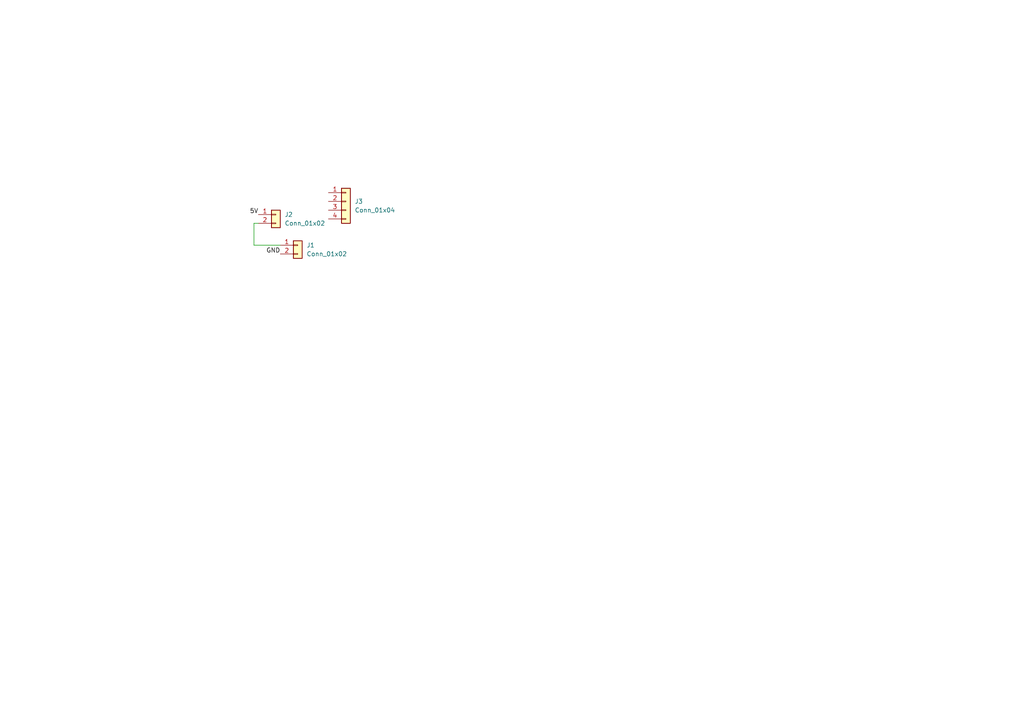
<source format=kicad_sch>
(kicad_sch (version 20250114) (generator "eeschema") (generator_version "9.0")
  (paper "A4")
  (lib_symbols
    (symbol "Connector_Generic:Conn_01x02" (pin_names (offset 1.016) (hide yes))
      (property "Reference" "J" (at 0 2.54 0))
      (property "Value" "Conn_01x02" (at 0 -5.08 0))
      (symbol "Conn_01x02_1_1"
        (rectangle (start -1.27 1.27) (end 1.27 -3.81) (stroke (width 0.254)) (fill (type background)))
        (rectangle (start -1.27 0.127) (end 0 -0.127) (stroke (width 0.1524)))
        (rectangle (start -1.27 -2.413) (end 0 -2.667) (stroke (width 0.1524)))
        (pin passive line (at -5.08 0 0) (length 3.81) (name "Pin_1") (number "1"))
        (pin passive line (at -5.08 -2.54 0) (length 3.81) (name "Pin_2") (number "2"))
      )
    )
    (symbol "Connector_Generic:Conn_01x04" (pin_names (offset 1.016) (hide yes))
      (property "Reference" "J" (at 0 5.08 0))
      (property "Value" "Conn_01x04" (at 0 -7.62 0))
      (symbol "Conn_01x04_1_1"
        (rectangle (start -1.27 3.81) (end 1.27 -6.35) (stroke (width 0.254)) (fill (type background)))
        (rectangle (start -1.27 2.667) (end 0 2.413) (stroke (width 0.1524)))
        (rectangle (start -1.27 0.127) (end 0 -0.127) (stroke (width 0.1524)))
        (rectangle (start -1.27 -2.413) (end 0 -2.667) (stroke (width 0.1524)))
        (rectangle (start -1.27 -4.953) (end 0 -5.207) (stroke (width 0.1524)))
        (pin passive line (at -5.08 2.54 0) (length 3.81) (name "Pin_1") (number "1"))
        (pin passive line (at -5.08 0 0) (length 3.81) (name "Pin_2") (number "2"))
        (pin passive line (at -5.08 -2.54 0) (length 3.81) (name "Pin_3") (number "3"))
        (pin passive line (at -5.08 -5.08 0) (length 3.81) (name "Pin_4") (number "4"))
      )
    )
  )
  (wire (pts (xy 74.93 64.77) (xy 73.66 64.77)))
  (wire (pts (xy 73.66 71.12) (xy 81.28 71.12)))
  (wire (pts (xy 73.66 64.77) (xy 73.66 71.12)))
  (label "5V" (at 74.93 62.23 180))
  (label "GND" (at 81.28 73.66 180))
  (symbol (lib_id "Connector_Generic:Conn_01x04") (at 100.33 58.42 0) (unit 1)
    (property "Reference" "J3" (at 102.87 58.4199 0) (effects (justify left)))
    (property "Value" "Conn_01x04" (at 102.87 60.9599 0) (effects (justify left)))
    (property "Description" "Generic connector, single row, 01x04, script generated (kicad-library-utils/schlib/autogen/connector/)" (effects (hide yes)))
  )
  (symbol (lib_id "Connector_Generic:Conn_01x02") (at 80.01 62.23 0) (unit 1)
    (property "Reference" "J2" (at 82.55 62.2299 0) (effects (justify left)))
    (property "Value" "Conn_01x02" (at 82.55 64.7699 0) (effects (justify left)))
    (property "Description" "Generic connector, single row, 01x02, script generated (kicad-library-utils/schlib/autogen/connector/)" (effects (hide yes)))
  )
  (symbol (lib_id "Connector_Generic:Conn_01x02") (at 86.36 71.12 0) (unit 1)
    (property "Reference" "J1" (at 88.9 71.1199 0) (effects (justify left)))
    (property "Value" "Conn_01x02" (at 88.9 73.6599 0) (effects (justify left)))
    (property "Description" "Generic connector, single row, 01x02, script generated (kicad-library-utils/schlib/autogen/connector/)" (effects (hide yes)))
  )
)
</source>
